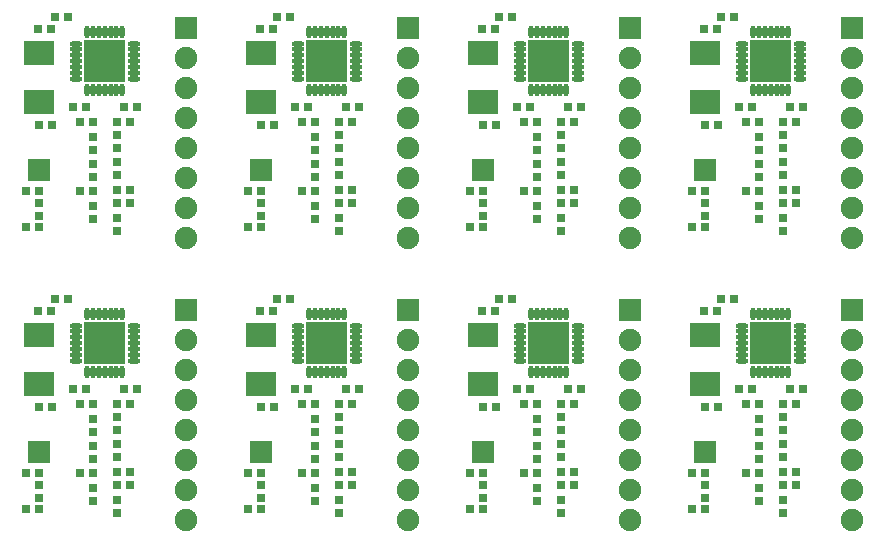
<source format=gts>
G04 #@! TF.FileFunction,Soldermask,Top*
%FSLAX46Y46*%
G04 Gerber Fmt 4.6, Leading zero omitted, Abs format (unit mm)*
G04 Created by KiCad (PCBNEW 4.0.5+dfsg1-4) date Fri Mar 30 22:23:14 2018*
%MOMM*%
%LPD*%
G01*
G04 APERTURE LIST*
%ADD10C,0.100000*%
%ADD11R,1.900000X1.900000*%
%ADD12O,1.900000X1.900000*%
%ADD13R,0.700000X0.800000*%
%ADD14R,0.800000X0.700000*%
%ADD15R,2.600000X2.100000*%
%ADD16O,0.500000X1.050000*%
%ADD17O,1.050000X0.500000*%
%ADD18R,1.875000X1.875000*%
G04 APERTURE END LIST*
D10*
D11*
X172466000Y-79502000D03*
D12*
X172466000Y-82042000D03*
X172466000Y-84582000D03*
X172466000Y-87122000D03*
X172466000Y-89662000D03*
X172466000Y-92202000D03*
X172466000Y-94742000D03*
X172466000Y-97282000D03*
D11*
X172466000Y-55626000D03*
D12*
X172466000Y-58166000D03*
X172466000Y-60706000D03*
X172466000Y-63246000D03*
X172466000Y-65786000D03*
X172466000Y-68326000D03*
X172466000Y-70866000D03*
X172466000Y-73406000D03*
D13*
X164592000Y-88731000D03*
X164592000Y-89831000D03*
D14*
X161078000Y-79629000D03*
X159978000Y-79629000D03*
X162475000Y-78613000D03*
X161375000Y-78613000D03*
D15*
X160020000Y-85743000D03*
X160020000Y-81643000D03*
D14*
X161120000Y-87757000D03*
X160020000Y-87757000D03*
D16*
X164084000Y-84783000D03*
X164584000Y-84783000D03*
X165084000Y-84783000D03*
X165584000Y-84783000D03*
X166084000Y-84783000D03*
X166584000Y-84783000D03*
X167084000Y-84783000D03*
D17*
X168034000Y-83833000D03*
X168034000Y-83333000D03*
X168034000Y-82833000D03*
X168034000Y-82333000D03*
X168034000Y-81833000D03*
X168034000Y-81333000D03*
X168034000Y-80833000D03*
D16*
X167084000Y-79883000D03*
X166584000Y-79883000D03*
X166084000Y-79883000D03*
X165584000Y-79883000D03*
X165084000Y-79883000D03*
X164584000Y-79883000D03*
X164084000Y-79883000D03*
D17*
X163134000Y-80833000D03*
X163134000Y-81333000D03*
X163134000Y-81833000D03*
X163134000Y-82333000D03*
X163134000Y-82833000D03*
X163134000Y-83333000D03*
X163134000Y-83833000D03*
D18*
X166421500Y-81495500D03*
X164746500Y-81495500D03*
X166421500Y-83170500D03*
X164746500Y-83170500D03*
D14*
X168317000Y-86233000D03*
X167217000Y-86233000D03*
X162899001Y-86233000D03*
X163999001Y-86233000D03*
X163483200Y-87503000D03*
X164583200Y-87503000D03*
X167732799Y-87503000D03*
X166632799Y-87503000D03*
X158911200Y-93344999D03*
X160011200Y-93344999D03*
D11*
X160020000Y-91567000D03*
D13*
X160020000Y-95419000D03*
X160020000Y-94319000D03*
D14*
X160011200Y-96393000D03*
X158911200Y-96393000D03*
D13*
X164592000Y-94573000D03*
X164592000Y-95673000D03*
X164592000Y-91017000D03*
X164592000Y-92117000D03*
D14*
X163508600Y-93344999D03*
X164608600Y-93344999D03*
D13*
X166624000Y-95589000D03*
X166624000Y-96689000D03*
D14*
X167732800Y-94361000D03*
X166632800Y-94361000D03*
D13*
X166624001Y-88604000D03*
X166624001Y-89704000D03*
X166624001Y-90890000D03*
X166624001Y-91990000D03*
D14*
X167732800Y-93218000D03*
X166632800Y-93218000D03*
D11*
X160020000Y-67691000D03*
D14*
X158911200Y-69468999D03*
X160011200Y-69468999D03*
X161120000Y-63881000D03*
X160020000Y-63881000D03*
D13*
X160020000Y-71543000D03*
X160020000Y-70443000D03*
D14*
X160011200Y-72517000D03*
X158911200Y-72517000D03*
D13*
X166624001Y-64728000D03*
X166624001Y-65828000D03*
D14*
X167732799Y-63627000D03*
X166632799Y-63627000D03*
X163483200Y-63627000D03*
X164583200Y-63627000D03*
D13*
X164592000Y-64855000D03*
X164592000Y-65955000D03*
D14*
X167732800Y-69342000D03*
X166632800Y-69342000D03*
D13*
X164592000Y-67141000D03*
X164592000Y-68241000D03*
X166624001Y-67014000D03*
X166624001Y-68114000D03*
D16*
X164084000Y-60907000D03*
X164584000Y-60907000D03*
X165084000Y-60907000D03*
X165584000Y-60907000D03*
X166084000Y-60907000D03*
X166584000Y-60907000D03*
X167084000Y-60907000D03*
D17*
X168034000Y-59957000D03*
X168034000Y-59457000D03*
X168034000Y-58957000D03*
X168034000Y-58457000D03*
X168034000Y-57957000D03*
X168034000Y-57457000D03*
X168034000Y-56957000D03*
D16*
X167084000Y-56007000D03*
X166584000Y-56007000D03*
X166084000Y-56007000D03*
X165584000Y-56007000D03*
X165084000Y-56007000D03*
X164584000Y-56007000D03*
X164084000Y-56007000D03*
D17*
X163134000Y-56957000D03*
X163134000Y-57457000D03*
X163134000Y-57957000D03*
X163134000Y-58457000D03*
X163134000Y-58957000D03*
X163134000Y-59457000D03*
X163134000Y-59957000D03*
D18*
X166421500Y-57619500D03*
X164746500Y-57619500D03*
X166421500Y-59294500D03*
X164746500Y-59294500D03*
D14*
X162899001Y-62357000D03*
X163999001Y-62357000D03*
D15*
X160020000Y-61867000D03*
X160020000Y-57767000D03*
D14*
X168317000Y-62357000D03*
X167217000Y-62357000D03*
X161078000Y-55753000D03*
X159978000Y-55753000D03*
X162475000Y-54737000D03*
X161375000Y-54737000D03*
X163508600Y-69468999D03*
X164608600Y-69468999D03*
D13*
X166624000Y-71713000D03*
X166624000Y-72813000D03*
X164592000Y-70697000D03*
X164592000Y-71797000D03*
D14*
X167732800Y-70485000D03*
X166632800Y-70485000D03*
D11*
X153670000Y-79502000D03*
D12*
X153670000Y-82042000D03*
X153670000Y-84582000D03*
X153670000Y-87122000D03*
X153670000Y-89662000D03*
X153670000Y-92202000D03*
X153670000Y-94742000D03*
X153670000Y-97282000D03*
D11*
X153670000Y-55626000D03*
D12*
X153670000Y-58166000D03*
X153670000Y-60706000D03*
X153670000Y-63246000D03*
X153670000Y-65786000D03*
X153670000Y-68326000D03*
X153670000Y-70866000D03*
X153670000Y-73406000D03*
D11*
X141224000Y-67691000D03*
D14*
X142324000Y-63881000D03*
X141224000Y-63881000D03*
X148936800Y-69342000D03*
X147836800Y-69342000D03*
D13*
X147828001Y-67014000D03*
X147828001Y-68114000D03*
D14*
X144103001Y-62357000D03*
X145203001Y-62357000D03*
D15*
X141224000Y-61867000D03*
X141224000Y-57767000D03*
D14*
X142282000Y-55753000D03*
X141182000Y-55753000D03*
D16*
X145288000Y-60907000D03*
X145788000Y-60907000D03*
X146288000Y-60907000D03*
X146788000Y-60907000D03*
X147288000Y-60907000D03*
X147788000Y-60907000D03*
X148288000Y-60907000D03*
D17*
X149238000Y-59957000D03*
X149238000Y-59457000D03*
X149238000Y-58957000D03*
X149238000Y-58457000D03*
X149238000Y-57957000D03*
X149238000Y-57457000D03*
X149238000Y-56957000D03*
D16*
X148288000Y-56007000D03*
X147788000Y-56007000D03*
X147288000Y-56007000D03*
X146788000Y-56007000D03*
X146288000Y-56007000D03*
X145788000Y-56007000D03*
X145288000Y-56007000D03*
D17*
X144338000Y-56957000D03*
X144338000Y-57457000D03*
X144338000Y-57957000D03*
X144338000Y-58457000D03*
X144338000Y-58957000D03*
X144338000Y-59457000D03*
X144338000Y-59957000D03*
D18*
X147625500Y-57619500D03*
X145950500Y-57619500D03*
X147625500Y-59294500D03*
X145950500Y-59294500D03*
D14*
X149521000Y-62357000D03*
X148421000Y-62357000D03*
X143679000Y-54737000D03*
X142579000Y-54737000D03*
D13*
X147828001Y-64728000D03*
X147828001Y-65828000D03*
D14*
X148936799Y-63627000D03*
X147836799Y-63627000D03*
X144687200Y-63627000D03*
X145787200Y-63627000D03*
D13*
X145796000Y-67141000D03*
X145796000Y-68241000D03*
X145796000Y-64855000D03*
X145796000Y-65955000D03*
D14*
X140115200Y-69468999D03*
X141215200Y-69468999D03*
D13*
X141224000Y-71543000D03*
X141224000Y-70443000D03*
D14*
X148936800Y-70485000D03*
X147836800Y-70485000D03*
D13*
X147828000Y-71713000D03*
X147828000Y-72813000D03*
D14*
X143679000Y-78613000D03*
X142579000Y-78613000D03*
X142282000Y-79629000D03*
X141182000Y-79629000D03*
D16*
X145288000Y-84783000D03*
X145788000Y-84783000D03*
X146288000Y-84783000D03*
X146788000Y-84783000D03*
X147288000Y-84783000D03*
X147788000Y-84783000D03*
X148288000Y-84783000D03*
D17*
X149238000Y-83833000D03*
X149238000Y-83333000D03*
X149238000Y-82833000D03*
X149238000Y-82333000D03*
X149238000Y-81833000D03*
X149238000Y-81333000D03*
X149238000Y-80833000D03*
D16*
X148288000Y-79883000D03*
X147788000Y-79883000D03*
X147288000Y-79883000D03*
X146788000Y-79883000D03*
X146288000Y-79883000D03*
X145788000Y-79883000D03*
X145288000Y-79883000D03*
D17*
X144338000Y-80833000D03*
X144338000Y-81333000D03*
X144338000Y-81833000D03*
X144338000Y-82333000D03*
X144338000Y-82833000D03*
X144338000Y-83333000D03*
X144338000Y-83833000D03*
D18*
X147625500Y-81495500D03*
X145950500Y-81495500D03*
X147625500Y-83170500D03*
X145950500Y-83170500D03*
D14*
X149521000Y-86233000D03*
X148421000Y-86233000D03*
X144103001Y-86233000D03*
X145203001Y-86233000D03*
D15*
X141224000Y-85743000D03*
X141224000Y-81643000D03*
D14*
X141215200Y-72517000D03*
X140115200Y-72517000D03*
X144712600Y-69468999D03*
X145812600Y-69468999D03*
D13*
X145796000Y-70697000D03*
X145796000Y-71797000D03*
X147828000Y-95589000D03*
X147828000Y-96689000D03*
D14*
X148936799Y-87503000D03*
X147836799Y-87503000D03*
D13*
X145796000Y-88731000D03*
X145796000Y-89831000D03*
X147828001Y-88604000D03*
X147828001Y-89704000D03*
D14*
X144687200Y-87503000D03*
X145787200Y-87503000D03*
X148936800Y-93218000D03*
X147836800Y-93218000D03*
X148936800Y-94361000D03*
X147836800Y-94361000D03*
D13*
X147828001Y-90890000D03*
X147828001Y-91990000D03*
X145796000Y-91017000D03*
X145796000Y-92117000D03*
X145796000Y-94573000D03*
X145796000Y-95673000D03*
D14*
X144712600Y-93344999D03*
X145812600Y-93344999D03*
D13*
X141224000Y-95419000D03*
X141224000Y-94319000D03*
D14*
X141215200Y-96393000D03*
X140115200Y-96393000D03*
X142324000Y-87757000D03*
X141224000Y-87757000D03*
X140115200Y-93344999D03*
X141215200Y-93344999D03*
D11*
X141224000Y-91567000D03*
X134874000Y-55626000D03*
D12*
X134874000Y-58166000D03*
X134874000Y-60706000D03*
X134874000Y-63246000D03*
X134874000Y-65786000D03*
X134874000Y-68326000D03*
X134874000Y-70866000D03*
X134874000Y-73406000D03*
D11*
X134874000Y-79502000D03*
D12*
X134874000Y-82042000D03*
X134874000Y-84582000D03*
X134874000Y-87122000D03*
X134874000Y-89662000D03*
X134874000Y-92202000D03*
X134874000Y-94742000D03*
X134874000Y-97282000D03*
D11*
X122428000Y-67691000D03*
D14*
X121319200Y-69468999D03*
X122419200Y-69468999D03*
D13*
X122428000Y-71543000D03*
X122428000Y-70443000D03*
D14*
X122419200Y-72517000D03*
X121319200Y-72517000D03*
X130140800Y-70485000D03*
X129040800Y-70485000D03*
D13*
X129032000Y-71713000D03*
X129032000Y-72813000D03*
X127000000Y-70697000D03*
X127000000Y-71797000D03*
D14*
X130140800Y-69342000D03*
X129040800Y-69342000D03*
D13*
X129032001Y-67014000D03*
X129032001Y-68114000D03*
X129032001Y-64728000D03*
X129032001Y-65828000D03*
X127000000Y-64855000D03*
X127000000Y-65955000D03*
D14*
X130725000Y-62357000D03*
X129625000Y-62357000D03*
X123486000Y-55753000D03*
X122386000Y-55753000D03*
D16*
X126492000Y-60907000D03*
X126992000Y-60907000D03*
X127492000Y-60907000D03*
X127992000Y-60907000D03*
X128492000Y-60907000D03*
X128992000Y-60907000D03*
X129492000Y-60907000D03*
D17*
X130442000Y-59957000D03*
X130442000Y-59457000D03*
X130442000Y-58957000D03*
X130442000Y-58457000D03*
X130442000Y-57957000D03*
X130442000Y-57457000D03*
X130442000Y-56957000D03*
D16*
X129492000Y-56007000D03*
X128992000Y-56007000D03*
X128492000Y-56007000D03*
X127992000Y-56007000D03*
X127492000Y-56007000D03*
X126992000Y-56007000D03*
X126492000Y-56007000D03*
D17*
X125542000Y-56957000D03*
X125542000Y-57457000D03*
X125542000Y-57957000D03*
X125542000Y-58457000D03*
X125542000Y-58957000D03*
X125542000Y-59457000D03*
X125542000Y-59957000D03*
D18*
X128829500Y-57619500D03*
X127154500Y-57619500D03*
X128829500Y-59294500D03*
X127154500Y-59294500D03*
D15*
X122428000Y-61867000D03*
X122428000Y-57767000D03*
D14*
X124883000Y-54737000D03*
X123783000Y-54737000D03*
X130140799Y-63627000D03*
X129040799Y-63627000D03*
X125891200Y-63627000D03*
X126991200Y-63627000D03*
X123528000Y-63881000D03*
X122428000Y-63881000D03*
X125307001Y-62357000D03*
X126407001Y-62357000D03*
D13*
X127000000Y-67141000D03*
X127000000Y-68241000D03*
D14*
X125916600Y-69468999D03*
X127016600Y-69468999D03*
X125916600Y-93344999D03*
X127016600Y-93344999D03*
D13*
X127000000Y-88731000D03*
X127000000Y-89831000D03*
X129032001Y-88604000D03*
X129032001Y-89704000D03*
D14*
X130140799Y-87503000D03*
X129040799Y-87503000D03*
X125891200Y-87503000D03*
X126991200Y-87503000D03*
D11*
X122428000Y-91567000D03*
D14*
X123528000Y-87757000D03*
X122428000Y-87757000D03*
X123486000Y-79629000D03*
X122386000Y-79629000D03*
X124883000Y-78613000D03*
X123783000Y-78613000D03*
D16*
X126492000Y-84783000D03*
X126992000Y-84783000D03*
X127492000Y-84783000D03*
X127992000Y-84783000D03*
X128492000Y-84783000D03*
X128992000Y-84783000D03*
X129492000Y-84783000D03*
D17*
X130442000Y-83833000D03*
X130442000Y-83333000D03*
X130442000Y-82833000D03*
X130442000Y-82333000D03*
X130442000Y-81833000D03*
X130442000Y-81333000D03*
X130442000Y-80833000D03*
D16*
X129492000Y-79883000D03*
X128992000Y-79883000D03*
X128492000Y-79883000D03*
X127992000Y-79883000D03*
X127492000Y-79883000D03*
X126992000Y-79883000D03*
X126492000Y-79883000D03*
D17*
X125542000Y-80833000D03*
X125542000Y-81333000D03*
X125542000Y-81833000D03*
X125542000Y-82333000D03*
X125542000Y-82833000D03*
X125542000Y-83333000D03*
X125542000Y-83833000D03*
D18*
X128829500Y-81495500D03*
X127154500Y-81495500D03*
X128829500Y-83170500D03*
X127154500Y-83170500D03*
D15*
X122428000Y-85743000D03*
X122428000Y-81643000D03*
D14*
X130725000Y-86233000D03*
X129625000Y-86233000D03*
X125307001Y-86233000D03*
X126407001Y-86233000D03*
D13*
X129032000Y-95589000D03*
X129032000Y-96689000D03*
X127000000Y-94573000D03*
X127000000Y-95673000D03*
D14*
X122419200Y-96393000D03*
X121319200Y-96393000D03*
D13*
X122428000Y-95419000D03*
X122428000Y-94319000D03*
D14*
X121319200Y-93344999D03*
X122419200Y-93344999D03*
X130140800Y-94361000D03*
X129040800Y-94361000D03*
X130140800Y-93218000D03*
X129040800Y-93218000D03*
D13*
X127000000Y-91017000D03*
X127000000Y-92117000D03*
X129032001Y-90890000D03*
X129032001Y-91990000D03*
D11*
X116078000Y-79502000D03*
D12*
X116078000Y-82042000D03*
X116078000Y-84582000D03*
X116078000Y-87122000D03*
X116078000Y-89662000D03*
X116078000Y-92202000D03*
X116078000Y-94742000D03*
X116078000Y-97282000D03*
D14*
X102523200Y-93344999D03*
X103623200Y-93344999D03*
D13*
X103632000Y-95419000D03*
X103632000Y-94319000D03*
D14*
X111344800Y-94361000D03*
X110244800Y-94361000D03*
D13*
X110236001Y-90890000D03*
X110236001Y-91990000D03*
D14*
X107120600Y-93344999D03*
X108220600Y-93344999D03*
D13*
X108204000Y-94573000D03*
X108204000Y-95673000D03*
D14*
X103623200Y-96393000D03*
X102523200Y-96393000D03*
D13*
X110236000Y-95589000D03*
X110236000Y-96689000D03*
D14*
X111344800Y-93218000D03*
X110244800Y-93218000D03*
D13*
X108204000Y-91017000D03*
X108204000Y-92117000D03*
X110236001Y-88604000D03*
X110236001Y-89704000D03*
D14*
X111344799Y-87503000D03*
X110244799Y-87503000D03*
D13*
X108204000Y-88731000D03*
X108204000Y-89831000D03*
D11*
X103632000Y-91567000D03*
D14*
X111929000Y-86233000D03*
X110829000Y-86233000D03*
X106087000Y-78613000D03*
X104987000Y-78613000D03*
X107095200Y-87503000D03*
X108195200Y-87503000D03*
X104732000Y-87757000D03*
X103632000Y-87757000D03*
X104690000Y-79629000D03*
X103590000Y-79629000D03*
X106511001Y-86233000D03*
X107611001Y-86233000D03*
D16*
X107696000Y-84783000D03*
X108196000Y-84783000D03*
X108696000Y-84783000D03*
X109196000Y-84783000D03*
X109696000Y-84783000D03*
X110196000Y-84783000D03*
X110696000Y-84783000D03*
D17*
X111646000Y-83833000D03*
X111646000Y-83333000D03*
X111646000Y-82833000D03*
X111646000Y-82333000D03*
X111646000Y-81833000D03*
X111646000Y-81333000D03*
X111646000Y-80833000D03*
D16*
X110696000Y-79883000D03*
X110196000Y-79883000D03*
X109696000Y-79883000D03*
X109196000Y-79883000D03*
X108696000Y-79883000D03*
X108196000Y-79883000D03*
X107696000Y-79883000D03*
D17*
X106746000Y-80833000D03*
X106746000Y-81333000D03*
X106746000Y-81833000D03*
X106746000Y-82333000D03*
X106746000Y-82833000D03*
X106746000Y-83333000D03*
X106746000Y-83833000D03*
D18*
X110033500Y-81495500D03*
X108358500Y-81495500D03*
X110033500Y-83170500D03*
X108358500Y-83170500D03*
D15*
X103632000Y-85743000D03*
X103632000Y-81643000D03*
D11*
X103632000Y-67691000D03*
D14*
X102523200Y-69468999D03*
X103623200Y-69468999D03*
X103623200Y-72517000D03*
X102523200Y-72517000D03*
D13*
X110236000Y-71713000D03*
X110236000Y-72813000D03*
D14*
X107120600Y-69468999D03*
X108220600Y-69468999D03*
X111344800Y-69342000D03*
X110244800Y-69342000D03*
D13*
X108204000Y-64855000D03*
X108204000Y-65955000D03*
X110236001Y-64728000D03*
X110236001Y-65828000D03*
D14*
X106511001Y-62357000D03*
X107611001Y-62357000D03*
X111929000Y-62357000D03*
X110829000Y-62357000D03*
D13*
X103632000Y-71543000D03*
X103632000Y-70443000D03*
X108204000Y-70697000D03*
X108204000Y-71797000D03*
D14*
X111344800Y-70485000D03*
X110244800Y-70485000D03*
D13*
X108204000Y-67141000D03*
X108204000Y-68241000D03*
X110236001Y-67014000D03*
X110236001Y-68114000D03*
D14*
X107095200Y-63627000D03*
X108195200Y-63627000D03*
X111344799Y-63627000D03*
X110244799Y-63627000D03*
D11*
X116078000Y-55626000D03*
D12*
X116078000Y-58166000D03*
X116078000Y-60706000D03*
X116078000Y-63246000D03*
X116078000Y-65786000D03*
X116078000Y-68326000D03*
X116078000Y-70866000D03*
X116078000Y-73406000D03*
D16*
X107696000Y-60907000D03*
X108196000Y-60907000D03*
X108696000Y-60907000D03*
X109196000Y-60907000D03*
X109696000Y-60907000D03*
X110196000Y-60907000D03*
X110696000Y-60907000D03*
D17*
X111646000Y-59957000D03*
X111646000Y-59457000D03*
X111646000Y-58957000D03*
X111646000Y-58457000D03*
X111646000Y-57957000D03*
X111646000Y-57457000D03*
X111646000Y-56957000D03*
D16*
X110696000Y-56007000D03*
X110196000Y-56007000D03*
X109696000Y-56007000D03*
X109196000Y-56007000D03*
X108696000Y-56007000D03*
X108196000Y-56007000D03*
X107696000Y-56007000D03*
D17*
X106746000Y-56957000D03*
X106746000Y-57457000D03*
X106746000Y-57957000D03*
X106746000Y-58457000D03*
X106746000Y-58957000D03*
X106746000Y-59457000D03*
X106746000Y-59957000D03*
D18*
X110033500Y-57619500D03*
X108358500Y-57619500D03*
X110033500Y-59294500D03*
X108358500Y-59294500D03*
D15*
X103632000Y-61867000D03*
X103632000Y-57767000D03*
D14*
X104732000Y-63881000D03*
X103632000Y-63881000D03*
X104690000Y-55753000D03*
X103590000Y-55753000D03*
X106087000Y-54737000D03*
X104987000Y-54737000D03*
M02*

</source>
